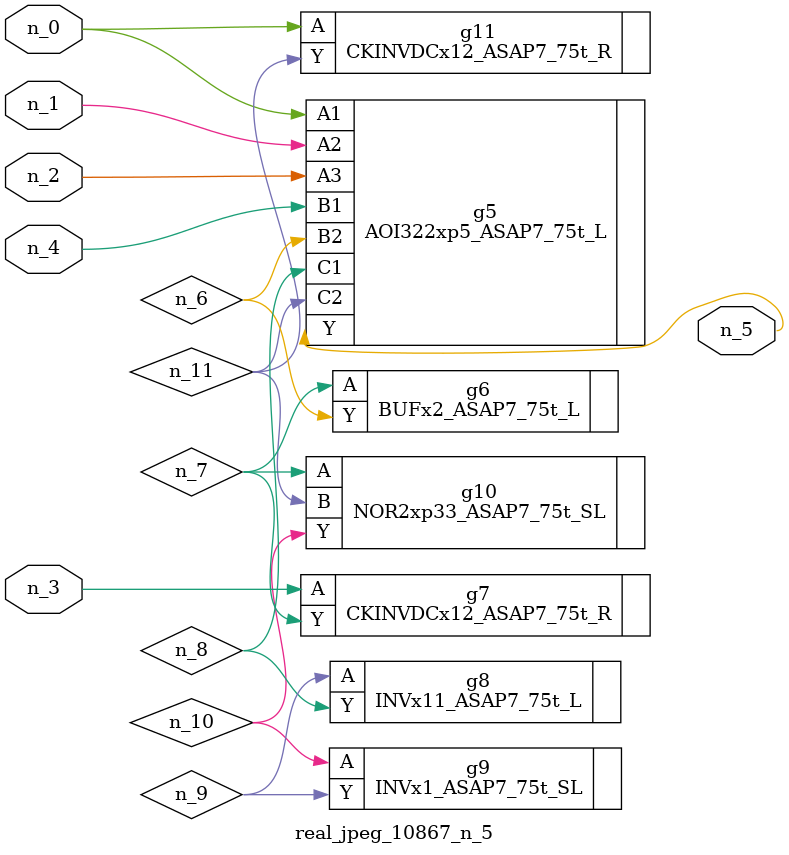
<source format=v>
module real_jpeg_10867_n_5 (n_4, n_0, n_1, n_2, n_3, n_5);

input n_4;
input n_0;
input n_1;
input n_2;
input n_3;

output n_5;

wire n_8;
wire n_11;
wire n_6;
wire n_7;
wire n_10;
wire n_9;

AOI322xp5_ASAP7_75t_L g5 ( 
.A1(n_0),
.A2(n_1),
.A3(n_2),
.B1(n_4),
.B2(n_6),
.C1(n_8),
.C2(n_11),
.Y(n_5)
);

CKINVDCx12_ASAP7_75t_R g11 ( 
.A(n_0),
.Y(n_11)
);

CKINVDCx12_ASAP7_75t_R g7 ( 
.A(n_3),
.Y(n_7)
);

BUFx2_ASAP7_75t_L g6 ( 
.A(n_7),
.Y(n_6)
);

NOR2xp33_ASAP7_75t_SL g10 ( 
.A(n_7),
.B(n_11),
.Y(n_10)
);

INVx11_ASAP7_75t_L g8 ( 
.A(n_9),
.Y(n_8)
);

INVx1_ASAP7_75t_SL g9 ( 
.A(n_10),
.Y(n_9)
);


endmodule
</source>
